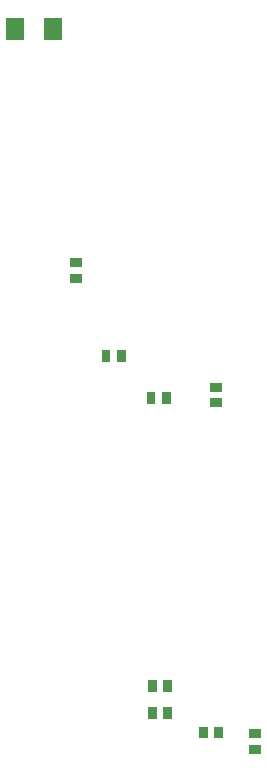
<source format=gbr>
G04 start of page 10 for group -4014 idx -4014 *
G04 Title: (unknown), bottompaste *
G04 Creator: pcb 20110918 *
G04 CreationDate: Sun 02 Feb 2014 07:13:27 PM GMT UTC *
G04 For: doho *
G04 Format: Gerber/RS-274X *
G04 PCB-Dimensions: 600000 450000 *
G04 PCB-Coordinate-Origin: lower left *
%MOIN*%
%FSLAX25Y25*%
%LNBOTTOMPASTE*%
%ADD134R,0.0295X0.0295*%
%ADD133R,0.0590X0.0590*%
G54D133*X52299Y435287D02*Y433713D01*
X39701Y435287D02*Y433713D01*
G54D134*X107559Y200492D02*Y199508D01*
X102441Y200492D02*Y199508D01*
X90559Y215992D02*Y215008D01*
X85441Y215992D02*Y215008D01*
X119008Y199559D02*X119992D01*
X119008Y194441D02*X119992D01*
X85441Y206992D02*Y206008D01*
X90559Y206992D02*Y206008D01*
X75059Y325992D02*Y325008D01*
X69941Y325992D02*Y325008D01*
X59508Y351441D02*X60492D01*
X59508Y356559D02*X60492D01*
X84941Y311992D02*Y311008D01*
X90059Y311992D02*Y311008D01*
X106008Y315059D02*X106992D01*
X106008Y309941D02*X106992D01*
M02*

</source>
